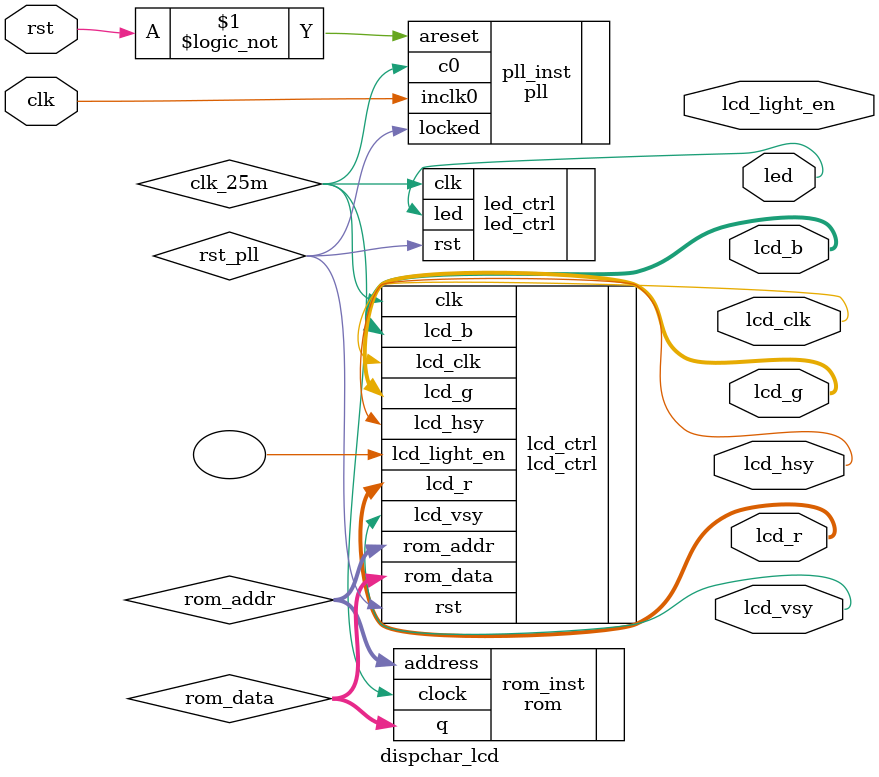
<source format=v>
module dispchar_lcd(
	clk,
	rst,
	led,
	lcd_light_en,
	lcd_clk,
	lcd_hsy,
	lcd_vsy,
	lcd_r,
	lcd_g,
	lcd_b
);

input clk;
input rst;

output led;
output lcd_light_en;
output lcd_clk;
output lcd_hsy;
output lcd_vsy;
output [4:0]lcd_r;
output [5:0]lcd_g;
output [4:0]lcd_b;

wire clk_25m;
wire rst_pll;
wire [31:0]rom_data;
wire [5:0]rom_addr;

pll	pll_inst (
	.areset ( !rst ),
	.inclk0 ( clk ),
	.c0 ( clk_25m ),
	.locked ( rst_pll )
	);
	
rom	rom_inst (
	.address ( rom_addr ),
	.clock ( clk_25m ),
	.q ( rom_data )
	);


led_ctrl led_ctrl(
	.clk(clk_25m),
	.rst(rst_pll),
	.led(led)
);

lcd_ctrl lcd_ctrl(
	.clk(clk_25m),
	.rst(rst_pll),
	.lcd_light_en(),
	.lcd_clk(lcd_clk),
	.lcd_hsy(lcd_hsy),
	.lcd_vsy(lcd_vsy),
	.lcd_r(lcd_r),
	.lcd_g(lcd_g),
	.lcd_b(lcd_b),
	.rom_data(rom_data),
	.rom_addr(rom_addr)
);



endmodule

</source>
